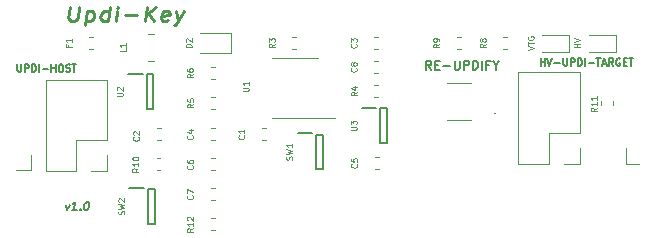
<source format=gbr>
G04 #@! TF.GenerationSoftware,KiCad,Pcbnew,(5.1.5)-3*
G04 #@! TF.CreationDate,2020-10-19T00:58:10-04:00*
G04 #@! TF.ProjectId,Updifier,55706469-6669-4657-922e-6b696361645f,rev?*
G04 #@! TF.SameCoordinates,Original*
G04 #@! TF.FileFunction,Legend,Top*
G04 #@! TF.FilePolarity,Positive*
%FSLAX46Y46*%
G04 Gerber Fmt 4.6, Leading zero omitted, Abs format (unit mm)*
G04 Created by KiCad (PCBNEW (5.1.5)-3) date 2020-10-19 00:58:10*
%MOMM*%
%LPD*%
G04 APERTURE LIST*
%ADD10C,0.127000*%
%ADD11C,0.152400*%
%ADD12C,0.101600*%
%ADD13C,0.228600*%
%ADD14C,0.120000*%
%ADD15C,0.200000*%
%ADD16C,0.100000*%
G04 APERTURE END LIST*
D10*
X26107571Y-26590171D02*
X26107571Y-27083657D01*
X26136600Y-27141714D01*
X26165628Y-27170742D01*
X26223685Y-27199771D01*
X26339800Y-27199771D01*
X26397857Y-27170742D01*
X26426885Y-27141714D01*
X26455914Y-27083657D01*
X26455914Y-26590171D01*
X26746200Y-27199771D02*
X26746200Y-26590171D01*
X26978428Y-26590171D01*
X27036485Y-26619200D01*
X27065514Y-26648228D01*
X27094542Y-26706285D01*
X27094542Y-26793371D01*
X27065514Y-26851428D01*
X27036485Y-26880457D01*
X26978428Y-26909485D01*
X26746200Y-26909485D01*
X27355800Y-27199771D02*
X27355800Y-26590171D01*
X27500942Y-26590171D01*
X27588028Y-26619200D01*
X27646085Y-26677257D01*
X27675114Y-26735314D01*
X27704142Y-26851428D01*
X27704142Y-26938514D01*
X27675114Y-27054628D01*
X27646085Y-27112685D01*
X27588028Y-27170742D01*
X27500942Y-27199771D01*
X27355800Y-27199771D01*
X27965400Y-27199771D02*
X27965400Y-26590171D01*
X28255685Y-26967542D02*
X28720142Y-26967542D01*
X29010428Y-27199771D02*
X29010428Y-26590171D01*
X29010428Y-26880457D02*
X29358771Y-26880457D01*
X29358771Y-27199771D02*
X29358771Y-26590171D01*
X29765171Y-26590171D02*
X29881285Y-26590171D01*
X29939342Y-26619200D01*
X29997400Y-26677257D01*
X30026428Y-26793371D01*
X30026428Y-26996571D01*
X29997400Y-27112685D01*
X29939342Y-27170742D01*
X29881285Y-27199771D01*
X29765171Y-27199771D01*
X29707114Y-27170742D01*
X29649057Y-27112685D01*
X29620028Y-26996571D01*
X29620028Y-26793371D01*
X29649057Y-26677257D01*
X29707114Y-26619200D01*
X29765171Y-26590171D01*
X30258657Y-27170742D02*
X30345742Y-27199771D01*
X30490885Y-27199771D01*
X30548942Y-27170742D01*
X30577971Y-27141714D01*
X30607000Y-27083657D01*
X30607000Y-27025600D01*
X30577971Y-26967542D01*
X30548942Y-26938514D01*
X30490885Y-26909485D01*
X30374771Y-26880457D01*
X30316714Y-26851428D01*
X30287685Y-26822400D01*
X30258657Y-26764342D01*
X30258657Y-26706285D01*
X30287685Y-26648228D01*
X30316714Y-26619200D01*
X30374771Y-26590171D01*
X30519914Y-26590171D01*
X30607000Y-26619200D01*
X30781171Y-26590171D02*
X31129514Y-26590171D01*
X30955342Y-27199771D02*
X30955342Y-26590171D01*
X70419685Y-26691771D02*
X70419685Y-26082171D01*
X70419685Y-26372457D02*
X70768028Y-26372457D01*
X70768028Y-26691771D02*
X70768028Y-26082171D01*
X70971228Y-26082171D02*
X71174428Y-26691771D01*
X71377628Y-26082171D01*
X71580828Y-26459542D02*
X72045285Y-26459542D01*
X72335571Y-26082171D02*
X72335571Y-26575657D01*
X72364600Y-26633714D01*
X72393628Y-26662742D01*
X72451685Y-26691771D01*
X72567800Y-26691771D01*
X72625857Y-26662742D01*
X72654885Y-26633714D01*
X72683914Y-26575657D01*
X72683914Y-26082171D01*
X72974200Y-26691771D02*
X72974200Y-26082171D01*
X73206428Y-26082171D01*
X73264485Y-26111200D01*
X73293514Y-26140228D01*
X73322542Y-26198285D01*
X73322542Y-26285371D01*
X73293514Y-26343428D01*
X73264485Y-26372457D01*
X73206428Y-26401485D01*
X72974200Y-26401485D01*
X73583800Y-26691771D02*
X73583800Y-26082171D01*
X73728942Y-26082171D01*
X73816028Y-26111200D01*
X73874085Y-26169257D01*
X73903114Y-26227314D01*
X73932142Y-26343428D01*
X73932142Y-26430514D01*
X73903114Y-26546628D01*
X73874085Y-26604685D01*
X73816028Y-26662742D01*
X73728942Y-26691771D01*
X73583800Y-26691771D01*
X74193400Y-26691771D02*
X74193400Y-26082171D01*
X74483685Y-26459542D02*
X74948142Y-26459542D01*
X75151342Y-26082171D02*
X75499685Y-26082171D01*
X75325514Y-26691771D02*
X75325514Y-26082171D01*
X75673857Y-26517600D02*
X75964142Y-26517600D01*
X75615800Y-26691771D02*
X75819000Y-26082171D01*
X76022200Y-26691771D01*
X76573742Y-26691771D02*
X76370542Y-26401485D01*
X76225400Y-26691771D02*
X76225400Y-26082171D01*
X76457628Y-26082171D01*
X76515685Y-26111200D01*
X76544714Y-26140228D01*
X76573742Y-26198285D01*
X76573742Y-26285371D01*
X76544714Y-26343428D01*
X76515685Y-26372457D01*
X76457628Y-26401485D01*
X76225400Y-26401485D01*
X77154314Y-26111200D02*
X77096257Y-26082171D01*
X77009171Y-26082171D01*
X76922085Y-26111200D01*
X76864028Y-26169257D01*
X76835000Y-26227314D01*
X76805971Y-26343428D01*
X76805971Y-26430514D01*
X76835000Y-26546628D01*
X76864028Y-26604685D01*
X76922085Y-26662742D01*
X77009171Y-26691771D01*
X77067228Y-26691771D01*
X77154314Y-26662742D01*
X77183342Y-26633714D01*
X77183342Y-26430514D01*
X77067228Y-26430514D01*
X77444600Y-26372457D02*
X77647800Y-26372457D01*
X77734885Y-26691771D02*
X77444600Y-26691771D01*
X77444600Y-26082171D01*
X77734885Y-26082171D01*
X77909057Y-26082171D02*
X78257400Y-26082171D01*
X78083228Y-26691771D02*
X78083228Y-26082171D01*
D11*
X61177714Y-27014714D02*
X60923714Y-26651857D01*
X60742285Y-27014714D02*
X60742285Y-26252714D01*
X61032571Y-26252714D01*
X61105142Y-26289000D01*
X61141428Y-26325285D01*
X61177714Y-26397857D01*
X61177714Y-26506714D01*
X61141428Y-26579285D01*
X61105142Y-26615571D01*
X61032571Y-26651857D01*
X60742285Y-26651857D01*
X61504285Y-26615571D02*
X61758285Y-26615571D01*
X61867142Y-27014714D02*
X61504285Y-27014714D01*
X61504285Y-26252714D01*
X61867142Y-26252714D01*
X62193714Y-26724428D02*
X62774285Y-26724428D01*
X63137142Y-26252714D02*
X63137142Y-26869571D01*
X63173428Y-26942142D01*
X63209714Y-26978428D01*
X63282285Y-27014714D01*
X63427428Y-27014714D01*
X63500000Y-26978428D01*
X63536285Y-26942142D01*
X63572571Y-26869571D01*
X63572571Y-26252714D01*
X63935428Y-27014714D02*
X63935428Y-26252714D01*
X64225714Y-26252714D01*
X64298285Y-26289000D01*
X64334571Y-26325285D01*
X64370857Y-26397857D01*
X64370857Y-26506714D01*
X64334571Y-26579285D01*
X64298285Y-26615571D01*
X64225714Y-26651857D01*
X63935428Y-26651857D01*
X64697428Y-27014714D02*
X64697428Y-26252714D01*
X64878857Y-26252714D01*
X64987714Y-26289000D01*
X65060285Y-26361571D01*
X65096571Y-26434142D01*
X65132857Y-26579285D01*
X65132857Y-26688142D01*
X65096571Y-26833285D01*
X65060285Y-26905857D01*
X64987714Y-26978428D01*
X64878857Y-27014714D01*
X64697428Y-27014714D01*
X65459428Y-27014714D02*
X65459428Y-26252714D01*
X66076285Y-26615571D02*
X65822285Y-26615571D01*
X65822285Y-27014714D02*
X65822285Y-26252714D01*
X66185142Y-26252714D01*
X66620571Y-26651857D02*
X66620571Y-27014714D01*
X66366571Y-26252714D02*
X66620571Y-26651857D01*
X66874571Y-26252714D01*
D12*
X69317809Y-25381857D02*
X69825809Y-25212523D01*
X69317809Y-25043190D01*
X69317809Y-24946428D02*
X69317809Y-24656142D01*
X69825809Y-24801285D02*
X69317809Y-24801285D01*
X69342000Y-24220714D02*
X69317809Y-24269095D01*
X69317809Y-24341666D01*
X69342000Y-24414238D01*
X69390380Y-24462619D01*
X69438761Y-24486809D01*
X69535523Y-24511000D01*
X69608095Y-24511000D01*
X69704857Y-24486809D01*
X69753238Y-24462619D01*
X69801619Y-24414238D01*
X69825809Y-24341666D01*
X69825809Y-24293285D01*
X69801619Y-24220714D01*
X69777428Y-24196523D01*
X69608095Y-24196523D01*
X69608095Y-24293285D01*
X73762809Y-25127857D02*
X73254809Y-25127857D01*
X73496714Y-25127857D02*
X73496714Y-24837571D01*
X73762809Y-24837571D02*
X73254809Y-24837571D01*
X73254809Y-24668238D02*
X73762809Y-24498904D01*
X73254809Y-24329571D01*
D10*
X30212506Y-38455600D02*
X30322572Y-38929733D01*
X30551172Y-38455600D01*
X31135372Y-38929733D02*
X30728972Y-38929733D01*
X30932172Y-38929733D02*
X31021072Y-38218533D01*
X30940639Y-38320133D01*
X30864439Y-38387866D01*
X30792472Y-38421733D01*
X31448639Y-38862000D02*
X31478272Y-38895866D01*
X31440172Y-38929733D01*
X31410539Y-38895866D01*
X31448639Y-38862000D01*
X31440172Y-38929733D01*
X32003206Y-38218533D02*
X32070939Y-38218533D01*
X32134439Y-38252400D01*
X32164072Y-38286266D01*
X32189472Y-38354000D01*
X32206406Y-38489466D01*
X32185239Y-38658800D01*
X32134439Y-38794266D01*
X32092106Y-38862000D01*
X32054006Y-38895866D01*
X31982039Y-38929733D01*
X31914306Y-38929733D01*
X31850806Y-38895866D01*
X31821172Y-38862000D01*
X31795772Y-38794266D01*
X31778839Y-38658800D01*
X31800006Y-38489466D01*
X31850806Y-38354000D01*
X31893139Y-38286266D01*
X31931239Y-38252400D01*
X32003206Y-38218533D01*
D13*
X30555693Y-21712161D02*
X30437462Y-22658009D01*
X30491286Y-22769285D01*
X30552064Y-22824923D01*
X30680576Y-22880561D01*
X30951510Y-22880561D01*
X31093931Y-22824923D01*
X31168619Y-22769285D01*
X31250262Y-22658009D01*
X31368493Y-21712161D01*
X31997143Y-22101628D02*
X31851093Y-23270028D01*
X31990188Y-22157266D02*
X32132610Y-22101628D01*
X32403543Y-22101628D01*
X32532055Y-22157266D01*
X32592833Y-22212904D01*
X32646657Y-22324180D01*
X32604929Y-22658009D01*
X32523286Y-22769285D01*
X32448598Y-22824923D01*
X32306176Y-22880561D01*
X32035243Y-22880561D01*
X31906731Y-22824923D01*
X33796310Y-22880561D02*
X33942360Y-21712161D01*
X33803264Y-22824923D02*
X33660843Y-22880561D01*
X33389910Y-22880561D01*
X33261398Y-22824923D01*
X33200619Y-22769285D01*
X33146795Y-22658009D01*
X33188524Y-22324180D01*
X33270167Y-22212904D01*
X33344855Y-22157266D01*
X33487276Y-22101628D01*
X33758210Y-22101628D01*
X33886722Y-22157266D01*
X34473643Y-22880561D02*
X34571010Y-22101628D01*
X34619693Y-21712161D02*
X34545005Y-21767800D01*
X34605783Y-21823438D01*
X34680472Y-21767800D01*
X34619693Y-21712161D01*
X34605783Y-21823438D01*
X35206614Y-22435457D02*
X36290348Y-22435457D01*
X36912043Y-22880561D02*
X37058093Y-21712161D01*
X37724843Y-22880561D02*
X37198700Y-22212904D01*
X37870893Y-21712161D02*
X36974636Y-22379819D01*
X38883264Y-22824923D02*
X38740843Y-22880561D01*
X38469910Y-22880561D01*
X38341398Y-22824923D01*
X38287574Y-22713647D01*
X38343212Y-22268542D01*
X38424855Y-22157266D01*
X38567276Y-22101628D01*
X38838210Y-22101628D01*
X38966722Y-22157266D01*
X39020545Y-22268542D01*
X39006636Y-22379819D01*
X38315393Y-22491095D01*
X39515543Y-22101628D02*
X39756843Y-22880561D01*
X40192876Y-22101628D02*
X39756843Y-22880561D01*
X39586603Y-23158752D01*
X39511914Y-23214390D01*
X39369493Y-23270028D01*
D14*
X27305000Y-34290000D02*
X27305000Y-35560000D01*
X27305000Y-35560000D02*
X26035000Y-35560000D01*
X77630000Y-34985000D02*
X77630000Y-33655000D01*
X78740000Y-34985000D02*
X77630000Y-34985000D01*
X70574000Y-25563500D02*
X72859000Y-25563500D01*
X72859000Y-25563500D02*
X72859000Y-24093500D01*
X72859000Y-24093500D02*
X70574000Y-24093500D01*
X32547779Y-25275000D02*
X32222221Y-25275000D01*
X32547779Y-24255000D02*
X32222221Y-24255000D01*
X47178279Y-33022000D02*
X46852721Y-33022000D01*
X47178279Y-32002000D02*
X46852721Y-32002000D01*
X37937221Y-32002000D02*
X38262779Y-32002000D01*
X37937221Y-33022000D02*
X38262779Y-33022000D01*
X56326721Y-25275000D02*
X56652279Y-25275000D01*
X56326721Y-24255000D02*
X56652279Y-24255000D01*
X42834779Y-32002000D02*
X42509221Y-32002000D01*
X42834779Y-33022000D02*
X42509221Y-33022000D01*
X56703279Y-34415000D02*
X56377721Y-34415000D01*
X56703279Y-35435000D02*
X56377721Y-35435000D01*
X42834779Y-35562000D02*
X42509221Y-35562000D01*
X42834779Y-34542000D02*
X42509221Y-34542000D01*
X49367221Y-25275000D02*
X49692779Y-25275000D01*
X49367221Y-24255000D02*
X49692779Y-24255000D01*
X42834779Y-29335000D02*
X42509221Y-29335000D01*
X42834779Y-30355000D02*
X42509221Y-30355000D01*
X42834779Y-27815000D02*
X42509221Y-27815000D01*
X42834779Y-26795000D02*
X42509221Y-26795000D01*
X49595000Y-26015000D02*
X47645000Y-26015000D01*
X49595000Y-26015000D02*
X51545000Y-26015000D01*
X49595000Y-31135000D02*
X47645000Y-31135000D01*
X49595000Y-31135000D02*
X53045000Y-31135000D01*
X73720000Y-34985000D02*
X72390000Y-34985000D01*
X73720000Y-33655000D02*
X73720000Y-34985000D01*
X71120000Y-34985000D02*
X68520000Y-34985000D01*
X71120000Y-32385000D02*
X71120000Y-34985000D01*
X73720000Y-32385000D02*
X71120000Y-32385000D01*
X68520000Y-34985000D02*
X68520000Y-27245000D01*
X73720000Y-32385000D02*
X73720000Y-27245000D01*
X73720000Y-27245000D02*
X68520000Y-27245000D01*
X42834779Y-38102000D02*
X42509221Y-38102000D01*
X42834779Y-37082000D02*
X42509221Y-37082000D01*
X56326721Y-28319000D02*
X56652279Y-28319000D01*
X56326721Y-29339000D02*
X56652279Y-29339000D01*
X67274221Y-25275000D02*
X67599779Y-25275000D01*
X67274221Y-24255000D02*
X67599779Y-24255000D01*
X63337221Y-24255000D02*
X63662779Y-24255000D01*
X63337221Y-25275000D02*
X63662779Y-25275000D01*
X33715000Y-27880000D02*
X28515000Y-27880000D01*
X33715000Y-33020000D02*
X33715000Y-27880000D01*
X28515000Y-35620000D02*
X28515000Y-27880000D01*
X33715000Y-33020000D02*
X31115000Y-33020000D01*
X31115000Y-33020000D02*
X31115000Y-35620000D01*
X31115000Y-35620000D02*
X28515000Y-35620000D01*
X33715000Y-34290000D02*
X33715000Y-35620000D01*
X33715000Y-35620000D02*
X32385000Y-35620000D01*
X37203748Y-24036000D02*
X37726252Y-24036000D01*
X37203748Y-26256000D02*
X37726252Y-26256000D01*
X74511000Y-25563500D02*
X76796000Y-25563500D01*
X76796000Y-25563500D02*
X76796000Y-24093500D01*
X76796000Y-24093500D02*
X74511000Y-24093500D01*
X37911721Y-35562000D02*
X38237279Y-35562000D01*
X37911721Y-34542000D02*
X38237279Y-34542000D01*
X76583000Y-29656721D02*
X76583000Y-29982279D01*
X75563000Y-29656721D02*
X75563000Y-29982279D01*
X42509221Y-39622000D02*
X42834779Y-39622000D01*
X42509221Y-40642000D02*
X42834779Y-40642000D01*
D15*
X37165000Y-37158000D02*
X37765000Y-37158000D01*
X37765000Y-37158000D02*
X37765000Y-40058000D01*
X37765000Y-40058000D02*
X37165000Y-40058000D01*
X37165000Y-40058000D02*
X37165000Y-37158000D01*
X35615000Y-37008000D02*
X36815000Y-37008000D01*
D16*
X64500000Y-28118000D02*
X62500000Y-28118000D01*
X64500000Y-31318000D02*
X62500000Y-31318000D01*
X66500000Y-30718000D02*
X66500000Y-30718000D01*
X66600000Y-30718000D02*
X66600000Y-30718000D01*
X66600000Y-30718000D02*
G75*
G02X66500000Y-30718000I-50000J0D01*
G01*
X66500000Y-30718000D02*
G75*
G02X66600000Y-30718000I50000J0D01*
G01*
D14*
X56326721Y-26287000D02*
X56652279Y-26287000D01*
X56326721Y-27307000D02*
X56652279Y-27307000D01*
X44172000Y-25615000D02*
X44172000Y-23915000D01*
X44172000Y-23915000D02*
X41622000Y-23915000D01*
X44172000Y-25615000D02*
X41622000Y-25615000D01*
D15*
X49859000Y-32375000D02*
X51059000Y-32375000D01*
X51409000Y-35425000D02*
X51409000Y-32525000D01*
X52009000Y-35425000D02*
X51409000Y-35425000D01*
X52009000Y-32525000D02*
X52009000Y-35425000D01*
X51409000Y-32525000D02*
X52009000Y-32525000D01*
X37083000Y-27395000D02*
X37633000Y-27395000D01*
X37633000Y-27395000D02*
X37633000Y-30395000D01*
X37633000Y-30395000D02*
X37083000Y-30395000D01*
X37083000Y-30395000D02*
X37083000Y-27395000D01*
X35483000Y-27395000D02*
X36733000Y-27395000D01*
X56830000Y-30300000D02*
X57430000Y-30300000D01*
X57430000Y-30300000D02*
X57430000Y-33200000D01*
X57430000Y-33200000D02*
X56830000Y-33200000D01*
X56830000Y-33200000D02*
X56830000Y-30300000D01*
X55280000Y-30250000D02*
X56480000Y-30250000D01*
D12*
X30443714Y-24934333D02*
X30443714Y-25103666D01*
X30709809Y-25103666D02*
X30201809Y-25103666D01*
X30201809Y-24861761D01*
X30709809Y-24402142D02*
X30709809Y-24692428D01*
X30709809Y-24547285D02*
X30201809Y-24547285D01*
X30274380Y-24595666D01*
X30322761Y-24644047D01*
X30346952Y-24692428D01*
X45291928Y-32596666D02*
X45316119Y-32620857D01*
X45340309Y-32693428D01*
X45340309Y-32741809D01*
X45316119Y-32814380D01*
X45267738Y-32862761D01*
X45219357Y-32886952D01*
X45122595Y-32911142D01*
X45050023Y-32911142D01*
X44953261Y-32886952D01*
X44904880Y-32862761D01*
X44856500Y-32814380D01*
X44832309Y-32741809D01*
X44832309Y-32693428D01*
X44856500Y-32620857D01*
X44880690Y-32596666D01*
X45340309Y-32112857D02*
X45340309Y-32403142D01*
X45340309Y-32258000D02*
X44832309Y-32258000D01*
X44904880Y-32306380D01*
X44953261Y-32354761D01*
X44977452Y-32403142D01*
X36376428Y-32723666D02*
X36400619Y-32747857D01*
X36424809Y-32820428D01*
X36424809Y-32868809D01*
X36400619Y-32941380D01*
X36352238Y-32989761D01*
X36303857Y-33013952D01*
X36207095Y-33038142D01*
X36134523Y-33038142D01*
X36037761Y-33013952D01*
X35989380Y-32989761D01*
X35941000Y-32941380D01*
X35916809Y-32868809D01*
X35916809Y-32820428D01*
X35941000Y-32747857D01*
X35965190Y-32723666D01*
X35965190Y-32530142D02*
X35941000Y-32505952D01*
X35916809Y-32457571D01*
X35916809Y-32336619D01*
X35941000Y-32288238D01*
X35965190Y-32264047D01*
X36013571Y-32239857D01*
X36061952Y-32239857D01*
X36134523Y-32264047D01*
X36424809Y-32554333D01*
X36424809Y-32239857D01*
X54791428Y-24849666D02*
X54815619Y-24873857D01*
X54839809Y-24946428D01*
X54839809Y-24994809D01*
X54815619Y-25067380D01*
X54767238Y-25115761D01*
X54718857Y-25139952D01*
X54622095Y-25164142D01*
X54549523Y-25164142D01*
X54452761Y-25139952D01*
X54404380Y-25115761D01*
X54356000Y-25067380D01*
X54331809Y-24994809D01*
X54331809Y-24946428D01*
X54356000Y-24873857D01*
X54380190Y-24849666D01*
X54331809Y-24680333D02*
X54331809Y-24365857D01*
X54525333Y-24535190D01*
X54525333Y-24462619D01*
X54549523Y-24414238D01*
X54573714Y-24390047D01*
X54622095Y-24365857D01*
X54743047Y-24365857D01*
X54791428Y-24390047D01*
X54815619Y-24414238D01*
X54839809Y-24462619D01*
X54839809Y-24607761D01*
X54815619Y-24656142D01*
X54791428Y-24680333D01*
X40948428Y-32596666D02*
X40972619Y-32620857D01*
X40996809Y-32693428D01*
X40996809Y-32741809D01*
X40972619Y-32814380D01*
X40924238Y-32862761D01*
X40875857Y-32886952D01*
X40779095Y-32911142D01*
X40706523Y-32911142D01*
X40609761Y-32886952D01*
X40561380Y-32862761D01*
X40513000Y-32814380D01*
X40488809Y-32741809D01*
X40488809Y-32693428D01*
X40513000Y-32620857D01*
X40537190Y-32596666D01*
X40658142Y-32161238D02*
X40996809Y-32161238D01*
X40464619Y-32282190D02*
X40827476Y-32403142D01*
X40827476Y-32088666D01*
X54842428Y-35009666D02*
X54866619Y-35033857D01*
X54890809Y-35106428D01*
X54890809Y-35154809D01*
X54866619Y-35227380D01*
X54818238Y-35275761D01*
X54769857Y-35299952D01*
X54673095Y-35324142D01*
X54600523Y-35324142D01*
X54503761Y-35299952D01*
X54455380Y-35275761D01*
X54407000Y-35227380D01*
X54382809Y-35154809D01*
X54382809Y-35106428D01*
X54407000Y-35033857D01*
X54431190Y-35009666D01*
X54382809Y-34550047D02*
X54382809Y-34791952D01*
X54624714Y-34816142D01*
X54600523Y-34791952D01*
X54576333Y-34743571D01*
X54576333Y-34622619D01*
X54600523Y-34574238D01*
X54624714Y-34550047D01*
X54673095Y-34525857D01*
X54794047Y-34525857D01*
X54842428Y-34550047D01*
X54866619Y-34574238D01*
X54890809Y-34622619D01*
X54890809Y-34743571D01*
X54866619Y-34791952D01*
X54842428Y-34816142D01*
X40948428Y-35136666D02*
X40972619Y-35160857D01*
X40996809Y-35233428D01*
X40996809Y-35281809D01*
X40972619Y-35354380D01*
X40924238Y-35402761D01*
X40875857Y-35426952D01*
X40779095Y-35451142D01*
X40706523Y-35451142D01*
X40609761Y-35426952D01*
X40561380Y-35402761D01*
X40513000Y-35354380D01*
X40488809Y-35281809D01*
X40488809Y-35233428D01*
X40513000Y-35160857D01*
X40537190Y-35136666D01*
X40488809Y-34701238D02*
X40488809Y-34798000D01*
X40513000Y-34846380D01*
X40537190Y-34870571D01*
X40609761Y-34918952D01*
X40706523Y-34943142D01*
X40900047Y-34943142D01*
X40948428Y-34918952D01*
X40972619Y-34894761D01*
X40996809Y-34846380D01*
X40996809Y-34749619D01*
X40972619Y-34701238D01*
X40948428Y-34677047D01*
X40900047Y-34652857D01*
X40779095Y-34652857D01*
X40730714Y-34677047D01*
X40706523Y-34701238D01*
X40682333Y-34749619D01*
X40682333Y-34846380D01*
X40706523Y-34894761D01*
X40730714Y-34918952D01*
X40779095Y-34943142D01*
X47918309Y-24849666D02*
X47676404Y-25019000D01*
X47918309Y-25139952D02*
X47410309Y-25139952D01*
X47410309Y-24946428D01*
X47434500Y-24898047D01*
X47458690Y-24873857D01*
X47507071Y-24849666D01*
X47579642Y-24849666D01*
X47628023Y-24873857D01*
X47652214Y-24898047D01*
X47676404Y-24946428D01*
X47676404Y-25139952D01*
X47410309Y-24680333D02*
X47410309Y-24365857D01*
X47603833Y-24535190D01*
X47603833Y-24462619D01*
X47628023Y-24414238D01*
X47652214Y-24390047D01*
X47700595Y-24365857D01*
X47821547Y-24365857D01*
X47869928Y-24390047D01*
X47894119Y-24414238D01*
X47918309Y-24462619D01*
X47918309Y-24607761D01*
X47894119Y-24656142D01*
X47869928Y-24680333D01*
X41022309Y-29929666D02*
X40780404Y-30099000D01*
X41022309Y-30219952D02*
X40514309Y-30219952D01*
X40514309Y-30026428D01*
X40538500Y-29978047D01*
X40562690Y-29953857D01*
X40611071Y-29929666D01*
X40683642Y-29929666D01*
X40732023Y-29953857D01*
X40756214Y-29978047D01*
X40780404Y-30026428D01*
X40780404Y-30219952D01*
X40514309Y-29470047D02*
X40514309Y-29711952D01*
X40756214Y-29736142D01*
X40732023Y-29711952D01*
X40707833Y-29663571D01*
X40707833Y-29542619D01*
X40732023Y-29494238D01*
X40756214Y-29470047D01*
X40804595Y-29445857D01*
X40925547Y-29445857D01*
X40973928Y-29470047D01*
X40998119Y-29494238D01*
X41022309Y-29542619D01*
X41022309Y-29663571D01*
X40998119Y-29711952D01*
X40973928Y-29736142D01*
X40996809Y-27389666D02*
X40754904Y-27559000D01*
X40996809Y-27679952D02*
X40488809Y-27679952D01*
X40488809Y-27486428D01*
X40513000Y-27438047D01*
X40537190Y-27413857D01*
X40585571Y-27389666D01*
X40658142Y-27389666D01*
X40706523Y-27413857D01*
X40730714Y-27438047D01*
X40754904Y-27486428D01*
X40754904Y-27679952D01*
X40488809Y-26954238D02*
X40488809Y-27051000D01*
X40513000Y-27099380D01*
X40537190Y-27123571D01*
X40609761Y-27171952D01*
X40706523Y-27196142D01*
X40900047Y-27196142D01*
X40948428Y-27171952D01*
X40972619Y-27147761D01*
X40996809Y-27099380D01*
X40996809Y-27002619D01*
X40972619Y-26954238D01*
X40948428Y-26930047D01*
X40900047Y-26905857D01*
X40779095Y-26905857D01*
X40730714Y-26930047D01*
X40706523Y-26954238D01*
X40682333Y-27002619D01*
X40682333Y-27099380D01*
X40706523Y-27147761D01*
X40730714Y-27171952D01*
X40779095Y-27196142D01*
X45187809Y-28835047D02*
X45599047Y-28835047D01*
X45647428Y-28810857D01*
X45671619Y-28786666D01*
X45695809Y-28738285D01*
X45695809Y-28641523D01*
X45671619Y-28593142D01*
X45647428Y-28568952D01*
X45599047Y-28544761D01*
X45187809Y-28544761D01*
X45695809Y-28036761D02*
X45695809Y-28327047D01*
X45695809Y-28181904D02*
X45187809Y-28181904D01*
X45260380Y-28230285D01*
X45308761Y-28278666D01*
X45332952Y-28327047D01*
X40948428Y-37676666D02*
X40972619Y-37700857D01*
X40996809Y-37773428D01*
X40996809Y-37821809D01*
X40972619Y-37894380D01*
X40924238Y-37942761D01*
X40875857Y-37966952D01*
X40779095Y-37991142D01*
X40706523Y-37991142D01*
X40609761Y-37966952D01*
X40561380Y-37942761D01*
X40513000Y-37894380D01*
X40488809Y-37821809D01*
X40488809Y-37773428D01*
X40513000Y-37700857D01*
X40537190Y-37676666D01*
X40488809Y-37507333D02*
X40488809Y-37168666D01*
X40996809Y-37386380D01*
X54877809Y-28913666D02*
X54635904Y-29083000D01*
X54877809Y-29203952D02*
X54369809Y-29203952D01*
X54369809Y-29010428D01*
X54394000Y-28962047D01*
X54418190Y-28937857D01*
X54466571Y-28913666D01*
X54539142Y-28913666D01*
X54587523Y-28937857D01*
X54611714Y-28962047D01*
X54635904Y-29010428D01*
X54635904Y-29203952D01*
X54539142Y-28478238D02*
X54877809Y-28478238D01*
X54345619Y-28599190D02*
X54708476Y-28720142D01*
X54708476Y-28405666D01*
X65787309Y-24849666D02*
X65545404Y-25019000D01*
X65787309Y-25139952D02*
X65279309Y-25139952D01*
X65279309Y-24946428D01*
X65303500Y-24898047D01*
X65327690Y-24873857D01*
X65376071Y-24849666D01*
X65448642Y-24849666D01*
X65497023Y-24873857D01*
X65521214Y-24898047D01*
X65545404Y-24946428D01*
X65545404Y-25139952D01*
X65497023Y-24559380D02*
X65472833Y-24607761D01*
X65448642Y-24631952D01*
X65400261Y-24656142D01*
X65376071Y-24656142D01*
X65327690Y-24631952D01*
X65303500Y-24607761D01*
X65279309Y-24559380D01*
X65279309Y-24462619D01*
X65303500Y-24414238D01*
X65327690Y-24390047D01*
X65376071Y-24365857D01*
X65400261Y-24365857D01*
X65448642Y-24390047D01*
X65472833Y-24414238D01*
X65497023Y-24462619D01*
X65497023Y-24559380D01*
X65521214Y-24607761D01*
X65545404Y-24631952D01*
X65593785Y-24656142D01*
X65690547Y-24656142D01*
X65738928Y-24631952D01*
X65763119Y-24607761D01*
X65787309Y-24559380D01*
X65787309Y-24462619D01*
X65763119Y-24414238D01*
X65738928Y-24390047D01*
X65690547Y-24365857D01*
X65593785Y-24365857D01*
X65545404Y-24390047D01*
X65521214Y-24414238D01*
X65497023Y-24462619D01*
X61850309Y-24849666D02*
X61608404Y-25019000D01*
X61850309Y-25139952D02*
X61342309Y-25139952D01*
X61342309Y-24946428D01*
X61366500Y-24898047D01*
X61390690Y-24873857D01*
X61439071Y-24849666D01*
X61511642Y-24849666D01*
X61560023Y-24873857D01*
X61584214Y-24898047D01*
X61608404Y-24946428D01*
X61608404Y-25139952D01*
X61850309Y-24607761D02*
X61850309Y-24511000D01*
X61826119Y-24462619D01*
X61801928Y-24438428D01*
X61729357Y-24390047D01*
X61632595Y-24365857D01*
X61439071Y-24365857D01*
X61390690Y-24390047D01*
X61366500Y-24414238D01*
X61342309Y-24462619D01*
X61342309Y-24559380D01*
X61366500Y-24607761D01*
X61390690Y-24631952D01*
X61439071Y-24656142D01*
X61560023Y-24656142D01*
X61608404Y-24631952D01*
X61632595Y-24607761D01*
X61656785Y-24559380D01*
X61656785Y-24462619D01*
X61632595Y-24414238D01*
X61608404Y-24390047D01*
X61560023Y-24365857D01*
X35281809Y-25230666D02*
X35281809Y-25472571D01*
X34773809Y-25472571D01*
X35281809Y-24795238D02*
X35281809Y-25085523D01*
X35281809Y-24940380D02*
X34773809Y-24940380D01*
X34846380Y-24988761D01*
X34894761Y-25037142D01*
X34918952Y-25085523D01*
X36373809Y-35378571D02*
X36131904Y-35547904D01*
X36373809Y-35668857D02*
X35865809Y-35668857D01*
X35865809Y-35475333D01*
X35890000Y-35426952D01*
X35914190Y-35402761D01*
X35962571Y-35378571D01*
X36035142Y-35378571D01*
X36083523Y-35402761D01*
X36107714Y-35426952D01*
X36131904Y-35475333D01*
X36131904Y-35668857D01*
X36373809Y-34894761D02*
X36373809Y-35185047D01*
X36373809Y-35039904D02*
X35865809Y-35039904D01*
X35938380Y-35088285D01*
X35986761Y-35136666D01*
X36010952Y-35185047D01*
X35865809Y-34580285D02*
X35865809Y-34531904D01*
X35890000Y-34483523D01*
X35914190Y-34459333D01*
X35962571Y-34435142D01*
X36059333Y-34410952D01*
X36180285Y-34410952D01*
X36277047Y-34435142D01*
X36325428Y-34459333D01*
X36349619Y-34483523D01*
X36373809Y-34531904D01*
X36373809Y-34580285D01*
X36349619Y-34628666D01*
X36325428Y-34652857D01*
X36277047Y-34677047D01*
X36180285Y-34701238D01*
X36059333Y-34701238D01*
X35962571Y-34677047D01*
X35914190Y-34652857D01*
X35890000Y-34628666D01*
X35865809Y-34580285D01*
X75159809Y-30247571D02*
X74917904Y-30416904D01*
X75159809Y-30537857D02*
X74651809Y-30537857D01*
X74651809Y-30344333D01*
X74676000Y-30295952D01*
X74700190Y-30271761D01*
X74748571Y-30247571D01*
X74821142Y-30247571D01*
X74869523Y-30271761D01*
X74893714Y-30295952D01*
X74917904Y-30344333D01*
X74917904Y-30537857D01*
X75159809Y-29763761D02*
X75159809Y-30054047D01*
X75159809Y-29908904D02*
X74651809Y-29908904D01*
X74724380Y-29957285D01*
X74772761Y-30005666D01*
X74796952Y-30054047D01*
X75159809Y-29279952D02*
X75159809Y-29570238D01*
X75159809Y-29425095D02*
X74651809Y-29425095D01*
X74724380Y-29473476D01*
X74772761Y-29521857D01*
X74796952Y-29570238D01*
X40996809Y-40458571D02*
X40754904Y-40627904D01*
X40996809Y-40748857D02*
X40488809Y-40748857D01*
X40488809Y-40555333D01*
X40513000Y-40506952D01*
X40537190Y-40482761D01*
X40585571Y-40458571D01*
X40658142Y-40458571D01*
X40706523Y-40482761D01*
X40730714Y-40506952D01*
X40754904Y-40555333D01*
X40754904Y-40748857D01*
X40996809Y-39974761D02*
X40996809Y-40265047D01*
X40996809Y-40119904D02*
X40488809Y-40119904D01*
X40561380Y-40168285D01*
X40609761Y-40216666D01*
X40633952Y-40265047D01*
X40537190Y-39781238D02*
X40513000Y-39757047D01*
X40488809Y-39708666D01*
X40488809Y-39587714D01*
X40513000Y-39539333D01*
X40537190Y-39515142D01*
X40585571Y-39490952D01*
X40633952Y-39490952D01*
X40706523Y-39515142D01*
X40996809Y-39805428D01*
X40996809Y-39490952D01*
X35150619Y-39285333D02*
X35174809Y-39212761D01*
X35174809Y-39091809D01*
X35150619Y-39043428D01*
X35126428Y-39019238D01*
X35078047Y-38995047D01*
X35029666Y-38995047D01*
X34981285Y-39019238D01*
X34957095Y-39043428D01*
X34932904Y-39091809D01*
X34908714Y-39188571D01*
X34884523Y-39236952D01*
X34860333Y-39261142D01*
X34811952Y-39285333D01*
X34763571Y-39285333D01*
X34715190Y-39261142D01*
X34691000Y-39236952D01*
X34666809Y-39188571D01*
X34666809Y-39067619D01*
X34691000Y-38995047D01*
X34666809Y-38825714D02*
X35174809Y-38704761D01*
X34811952Y-38608000D01*
X35174809Y-38511238D01*
X34666809Y-38390285D01*
X34715190Y-38220952D02*
X34691000Y-38196761D01*
X34666809Y-38148380D01*
X34666809Y-38027428D01*
X34691000Y-37979047D01*
X34715190Y-37954857D01*
X34763571Y-37930666D01*
X34811952Y-37930666D01*
X34884523Y-37954857D01*
X35174809Y-38245142D01*
X35174809Y-37930666D01*
X54791428Y-26881666D02*
X54815619Y-26905857D01*
X54839809Y-26978428D01*
X54839809Y-27026809D01*
X54815619Y-27099380D01*
X54767238Y-27147761D01*
X54718857Y-27171952D01*
X54622095Y-27196142D01*
X54549523Y-27196142D01*
X54452761Y-27171952D01*
X54404380Y-27147761D01*
X54356000Y-27099380D01*
X54331809Y-27026809D01*
X54331809Y-26978428D01*
X54356000Y-26905857D01*
X54380190Y-26881666D01*
X54549523Y-26591380D02*
X54525333Y-26639761D01*
X54501142Y-26663952D01*
X54452761Y-26688142D01*
X54428571Y-26688142D01*
X54380190Y-26663952D01*
X54356000Y-26639761D01*
X54331809Y-26591380D01*
X54331809Y-26494619D01*
X54356000Y-26446238D01*
X54380190Y-26422047D01*
X54428571Y-26397857D01*
X54452761Y-26397857D01*
X54501142Y-26422047D01*
X54525333Y-26446238D01*
X54549523Y-26494619D01*
X54549523Y-26591380D01*
X54573714Y-26639761D01*
X54597904Y-26663952D01*
X54646285Y-26688142D01*
X54743047Y-26688142D01*
X54791428Y-26663952D01*
X54815619Y-26639761D01*
X54839809Y-26591380D01*
X54839809Y-26494619D01*
X54815619Y-26446238D01*
X54791428Y-26422047D01*
X54743047Y-26397857D01*
X54646285Y-26397857D01*
X54597904Y-26422047D01*
X54573714Y-26446238D01*
X54549523Y-26494619D01*
X40869809Y-25139952D02*
X40361809Y-25139952D01*
X40361809Y-25019000D01*
X40386000Y-24946428D01*
X40434380Y-24898047D01*
X40482761Y-24873857D01*
X40579523Y-24849666D01*
X40652095Y-24849666D01*
X40748857Y-24873857D01*
X40797238Y-24898047D01*
X40845619Y-24946428D01*
X40869809Y-25019000D01*
X40869809Y-25139952D01*
X40410190Y-24656142D02*
X40386000Y-24631952D01*
X40361809Y-24583571D01*
X40361809Y-24462619D01*
X40386000Y-24414238D01*
X40410190Y-24390047D01*
X40458571Y-24365857D01*
X40506952Y-24365857D01*
X40579523Y-24390047D01*
X40869809Y-24680333D01*
X40869809Y-24365857D01*
X49374619Y-34652333D02*
X49398809Y-34579761D01*
X49398809Y-34458809D01*
X49374619Y-34410428D01*
X49350428Y-34386238D01*
X49302047Y-34362047D01*
X49253666Y-34362047D01*
X49205285Y-34386238D01*
X49181095Y-34410428D01*
X49156904Y-34458809D01*
X49132714Y-34555571D01*
X49108523Y-34603952D01*
X49084333Y-34628142D01*
X49035952Y-34652333D01*
X48987571Y-34652333D01*
X48939190Y-34628142D01*
X48915000Y-34603952D01*
X48890809Y-34555571D01*
X48890809Y-34434619D01*
X48915000Y-34362047D01*
X48890809Y-34192714D02*
X49398809Y-34071761D01*
X49035952Y-33975000D01*
X49398809Y-33878238D01*
X48890809Y-33757285D01*
X49398809Y-33297666D02*
X49398809Y-33587952D01*
X49398809Y-33442809D02*
X48890809Y-33442809D01*
X48963380Y-33491190D01*
X49011761Y-33539571D01*
X49035952Y-33587952D01*
X34539809Y-29282047D02*
X34951047Y-29282047D01*
X34999428Y-29257857D01*
X35023619Y-29233666D01*
X35047809Y-29185285D01*
X35047809Y-29088523D01*
X35023619Y-29040142D01*
X34999428Y-29015952D01*
X34951047Y-28991761D01*
X34539809Y-28991761D01*
X34588190Y-28774047D02*
X34564000Y-28749857D01*
X34539809Y-28701476D01*
X34539809Y-28580523D01*
X34564000Y-28532142D01*
X34588190Y-28507952D01*
X34636571Y-28483761D01*
X34684952Y-28483761D01*
X34757523Y-28507952D01*
X35047809Y-28798238D01*
X35047809Y-28483761D01*
X54331809Y-32137047D02*
X54743047Y-32137047D01*
X54791428Y-32112857D01*
X54815619Y-32088666D01*
X54839809Y-32040285D01*
X54839809Y-31943523D01*
X54815619Y-31895142D01*
X54791428Y-31870952D01*
X54743047Y-31846761D01*
X54331809Y-31846761D01*
X54331809Y-31653238D02*
X54331809Y-31338761D01*
X54525333Y-31508095D01*
X54525333Y-31435523D01*
X54549523Y-31387142D01*
X54573714Y-31362952D01*
X54622095Y-31338761D01*
X54743047Y-31338761D01*
X54791428Y-31362952D01*
X54815619Y-31387142D01*
X54839809Y-31435523D01*
X54839809Y-31580666D01*
X54815619Y-31629047D01*
X54791428Y-31653238D01*
M02*

</source>
